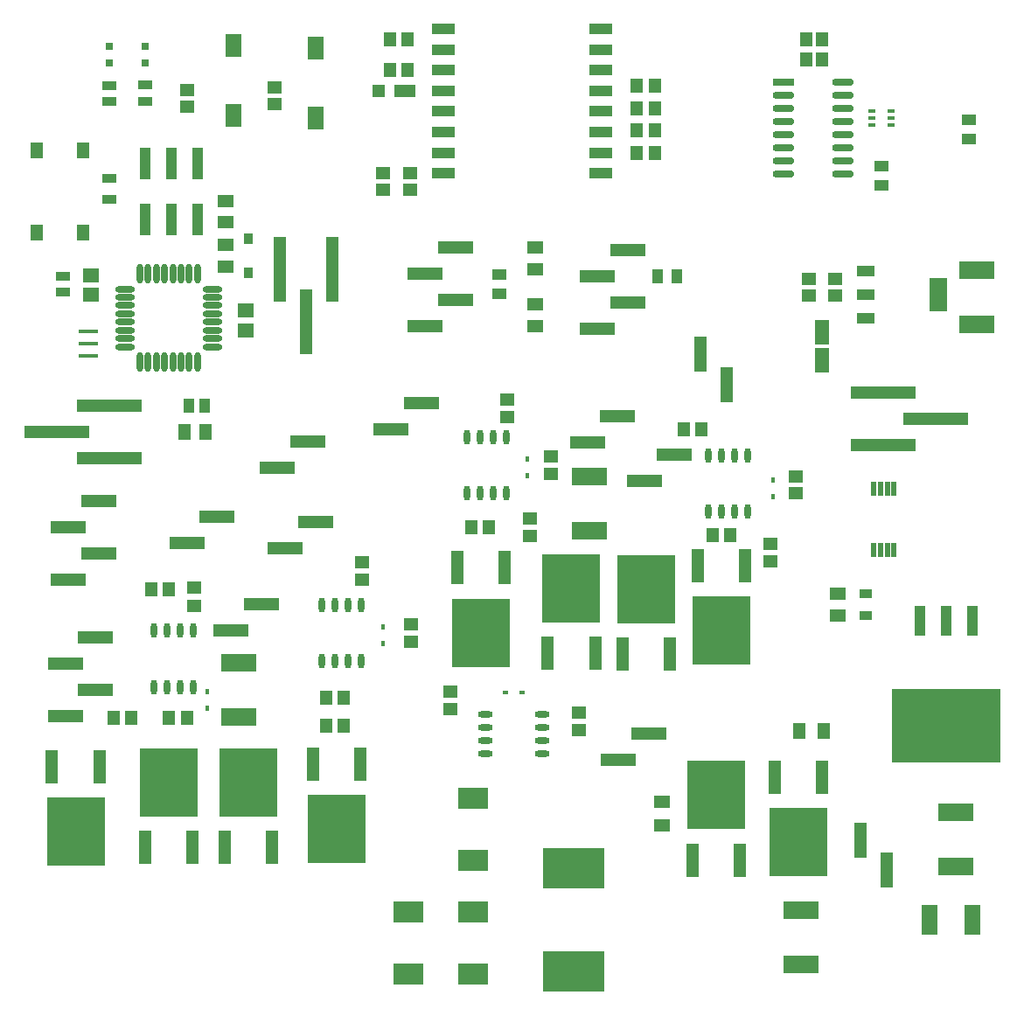
<source format=gtp>
G04*
G04 #@! TF.GenerationSoftware,Altium Limited,Altium Designer,21.6.4 (81)*
G04*
G04 Layer_Color=8421504*
%FSLAX25Y25*%
%MOIN*%
G70*
G04*
G04 #@! TF.SameCoordinates,85F88870-6580-45CF-999F-45165BC928DD*
G04*
G04*
G04 #@! TF.FilePolarity,Positive*
G04*
G01*
G75*
%ADD22R,0.05938X0.04750*%
%ADD23R,0.03740X0.04331*%
%ADD24O,0.07677X0.02362*%
%ADD25R,0.05000X0.13504*%
%ADD26R,0.06299X0.11417*%
%ADD27R,0.05709X0.05118*%
%ADD28R,0.03150X0.03150*%
%ADD29R,0.04724X0.12992*%
%ADD30R,0.22047X0.25984*%
%ADD31R,0.04528X0.05512*%
%ADD32R,0.04921X0.04803*%
%ADD33R,0.08071X0.04803*%
%ADD34R,0.08858X0.03937*%
%ADD35R,0.13780X0.07008*%
%ADD36R,0.01575X0.02165*%
%ADD37R,0.05315X0.09252*%
%ADD38R,0.13500X0.05000*%
%ADD39O,0.02362X0.05709*%
%ADD40R,0.05512X0.04528*%
%ADD41R,0.05709X0.04921*%
%ADD42R,0.13504X0.05000*%
%ADD43R,0.06324X0.04939*%
%ADD44R,0.04134X0.05709*%
%ADD45R,0.05709X0.04134*%
%ADD46R,0.05118X0.05709*%
%ADD47O,0.08268X0.02992*%
%ADD48R,0.08268X0.02992*%
%ADD49R,0.04134X0.11221*%
%ADD50R,0.41339X0.28347*%
%ADD51R,0.05906X0.05512*%
%ADD52R,0.05000X0.25000*%
%ADD53O,0.02362X0.07677*%
%ADD54R,0.05315X0.03740*%
%ADD55R,0.05118X0.06102*%
%ADD56R,0.25000X0.05000*%
%ADD57R,0.07087X0.03937*%
%ADD58R,0.05906X0.09055*%
%ADD59R,0.04724X0.05315*%
%ADD60R,0.03937X0.12205*%
%ADD61R,0.07480X0.01575*%
%ADD62O,0.05709X0.02362*%
G04:AMPARAMS|DCode=63|XSize=17.72mil|YSize=55.12mil|CornerRadius=1.95mil|HoleSize=0mil|Usage=FLASHONLY|Rotation=180.000|XOffset=0mil|YOffset=0mil|HoleType=Round|Shape=RoundedRectangle|*
%AMROUNDEDRECTD63*
21,1,0.01772,0.05122,0,0,180.0*
21,1,0.01382,0.05512,0,0,180.0*
1,1,0.00390,-0.00691,0.02561*
1,1,0.00390,0.00691,0.02561*
1,1,0.00390,0.00691,-0.02561*
1,1,0.00390,-0.00691,-0.02561*
%
%ADD63ROUNDEDRECTD63*%
%ADD64R,0.04939X0.06324*%
%ADD65R,0.04724X0.03543*%
%ADD66R,0.23228X0.15748*%
%ADD67R,0.02165X0.01575*%
%ADD68R,0.11811X0.07874*%
%ADD69R,0.04921X0.05709*%
%ADD70R,0.03150X0.01575*%
%ADD71R,0.05315X0.03740*%
%ADD72R,0.05709X0.03740*%
%ADD73R,0.03937X0.05315*%
%ADD74R,0.04921X0.06102*%
%ADD75R,0.07087X0.12992*%
D22*
X87598Y308071D02*
D03*
Y316345D02*
D03*
Y291138D02*
D03*
Y299413D02*
D03*
X320866Y166539D02*
D03*
Y158264D02*
D03*
X205709Y298429D02*
D03*
Y268501D02*
D03*
Y276775D02*
D03*
Y290154D02*
D03*
D23*
X96457Y288779D02*
D03*
Y301772D02*
D03*
D24*
X82677Y279528D02*
D03*
X49213Y282677D02*
D03*
Y279528D02*
D03*
Y276378D02*
D03*
Y273228D02*
D03*
Y270079D02*
D03*
Y266929D02*
D03*
Y263779D02*
D03*
Y260630D02*
D03*
X82677D02*
D03*
Y263779D02*
D03*
Y266929D02*
D03*
Y270079D02*
D03*
Y273228D02*
D03*
Y276378D02*
D03*
Y282677D02*
D03*
D25*
X339646Y61181D02*
D03*
X329646Y72677D02*
D03*
X278622Y246220D02*
D03*
X268622Y257716D02*
D03*
D26*
X372441Y42323D02*
D03*
X355906D02*
D03*
D27*
X319882Y280315D02*
D03*
Y286614D02*
D03*
X310039Y280315D02*
D03*
Y286614D02*
D03*
X147638Y320472D02*
D03*
X157874D02*
D03*
X106299Y353346D02*
D03*
X72835Y358465D02*
D03*
Y352165D02*
D03*
X106299Y359646D02*
D03*
X157874Y326772D02*
D03*
X147638D02*
D03*
D28*
X43307Y375295D02*
D03*
Y368799D02*
D03*
X57087Y375295D02*
D03*
Y368799D02*
D03*
D29*
X39528Y100591D02*
D03*
X21496D02*
D03*
X257047Y143504D02*
D03*
X239016D02*
D03*
X228504Y143701D02*
D03*
X210472D02*
D03*
X176024Y176378D02*
D03*
X194055D02*
D03*
X283622Y64961D02*
D03*
X265591D02*
D03*
X297087Y96653D02*
D03*
X315118D02*
D03*
X267559Y177362D02*
D03*
X120905Y101575D02*
D03*
X285591Y177362D02*
D03*
X138937Y101575D02*
D03*
X74961Y69882D02*
D03*
X56929D02*
D03*
X105472D02*
D03*
X87441D02*
D03*
D30*
X30512Y75787D02*
D03*
X248031Y168307D02*
D03*
X219488Y168504D02*
D03*
X185039Y151575D02*
D03*
X274606Y89764D02*
D03*
X306102Y71850D02*
D03*
X276575Y152559D02*
D03*
X129921Y76772D02*
D03*
X65945Y94685D02*
D03*
X96457D02*
D03*
D31*
X44882Y119095D02*
D03*
X51575D02*
D03*
X125984Y126969D02*
D03*
X132677D02*
D03*
Y116142D02*
D03*
X125984D02*
D03*
X181299Y191929D02*
D03*
X187992D02*
D03*
X279921Y188976D02*
D03*
X273228D02*
D03*
X72835Y119095D02*
D03*
X66142D02*
D03*
X262402Y229331D02*
D03*
X269094D02*
D03*
D32*
X145866Y358268D02*
D03*
D33*
X155905D02*
D03*
D34*
X170768Y326772D02*
D03*
X170768Y334646D02*
D03*
Y342520D02*
D03*
Y350394D02*
D03*
Y358268D02*
D03*
Y366142D02*
D03*
Y374016D02*
D03*
Y381890D02*
D03*
X230807D02*
D03*
Y374016D02*
D03*
Y366142D02*
D03*
Y358268D02*
D03*
Y350394D02*
D03*
Y342520D02*
D03*
Y334646D02*
D03*
Y326772D02*
D03*
D35*
X92520Y140217D02*
D03*
Y119626D02*
D03*
X226378Y211083D02*
D03*
Y190492D02*
D03*
X307087Y25138D02*
D03*
Y45728D02*
D03*
X366142Y62539D02*
D03*
Y83130D02*
D03*
X374016Y289823D02*
D03*
Y269232D02*
D03*
D36*
X80709Y129134D02*
D03*
Y122835D02*
D03*
X147638Y147441D02*
D03*
Y153740D02*
D03*
X296260Y203543D02*
D03*
Y209842D02*
D03*
X202756Y211417D02*
D03*
Y217717D02*
D03*
D37*
X314961Y266043D02*
D03*
Y255610D02*
D03*
D38*
X240986Y297480D02*
D03*
X229486Y287480D02*
D03*
X240986Y277480D02*
D03*
X229486Y267480D02*
D03*
X27715Y172008D02*
D03*
X26575Y119764D02*
D03*
X163697Y268543D02*
D03*
X175197Y278543D02*
D03*
X163697Y288543D02*
D03*
X175197Y298543D02*
D03*
X38075Y129764D02*
D03*
X26575Y139764D02*
D03*
X38075Y149764D02*
D03*
X39215Y182008D02*
D03*
X27715Y192008D02*
D03*
X39215Y202008D02*
D03*
D39*
X139390Y162303D02*
D03*
X134390D02*
D03*
X129390D02*
D03*
X124390D02*
D03*
X139390Y140847D02*
D03*
X134390D02*
D03*
X129390D02*
D03*
X124390D02*
D03*
X286575Y219291D02*
D03*
X281575D02*
D03*
X276575D02*
D03*
X271575D02*
D03*
X286575Y197835D02*
D03*
X281575D02*
D03*
X276575D02*
D03*
X271575D02*
D03*
X179508Y226279D02*
D03*
X60413Y152461D02*
D03*
X194508Y226279D02*
D03*
X189508D02*
D03*
X184508D02*
D03*
X194508Y204823D02*
D03*
X189508D02*
D03*
X184508D02*
D03*
X179508D02*
D03*
X75413Y152461D02*
D03*
X70413D02*
D03*
X65413D02*
D03*
X75413Y131004D02*
D03*
X70413D02*
D03*
X65413D02*
D03*
X60413D02*
D03*
D40*
X139764Y178543D02*
D03*
Y171850D02*
D03*
X295276Y185433D02*
D03*
Y178740D02*
D03*
X173228Y129331D02*
D03*
Y122638D02*
D03*
X194882Y240551D02*
D03*
Y233858D02*
D03*
X203740Y195276D02*
D03*
Y188583D02*
D03*
X75787Y168701D02*
D03*
Y162008D02*
D03*
D41*
X158465Y154823D02*
D03*
Y148327D02*
D03*
X305118Y211221D02*
D03*
Y204724D02*
D03*
X211614Y218799D02*
D03*
Y212303D02*
D03*
X222441Y114567D02*
D03*
Y121063D02*
D03*
D42*
X248858Y113268D02*
D03*
X237362Y103268D02*
D03*
X258701Y219567D02*
D03*
X247205Y209567D02*
D03*
X237047Y234331D02*
D03*
X225551Y224331D02*
D03*
X150748Y229252D02*
D03*
X162244Y239252D02*
D03*
X107441Y214488D02*
D03*
X118937Y224488D02*
D03*
X101221Y162480D02*
D03*
X84488Y195945D02*
D03*
X72992Y185945D02*
D03*
X110394Y183976D02*
D03*
X121890Y193976D02*
D03*
X89724Y152480D02*
D03*
D43*
X253937Y87307D02*
D03*
Y78048D02*
D03*
D44*
X259547Y287402D02*
D03*
X252264D02*
D03*
D45*
X191929Y280807D02*
D03*
Y288090D02*
D03*
X337598Y329429D02*
D03*
Y322146D02*
D03*
X371063Y339862D02*
D03*
Y347146D02*
D03*
D46*
X308858Y377953D02*
D03*
X315158D02*
D03*
X308858Y370079D02*
D03*
X315158D02*
D03*
D47*
X322835Y326535D02*
D03*
Y331535D02*
D03*
Y336535D02*
D03*
Y341535D02*
D03*
Y346535D02*
D03*
Y351535D02*
D03*
Y356535D02*
D03*
Y361535D02*
D03*
X300394Y326535D02*
D03*
Y331535D02*
D03*
Y336535D02*
D03*
Y341535D02*
D03*
Y346535D02*
D03*
Y351535D02*
D03*
Y356535D02*
D03*
D48*
Y361535D02*
D03*
D49*
X372205Y156299D02*
D03*
X362205D02*
D03*
X352205D02*
D03*
D50*
X362205Y116142D02*
D03*
D51*
X95472Y274409D02*
D03*
Y266929D02*
D03*
X36417Y287992D02*
D03*
Y280512D02*
D03*
D52*
X108268Y290354D02*
D03*
X128268D02*
D03*
X118268Y270354D02*
D03*
D53*
X54921Y254921D02*
D03*
X58071D02*
D03*
X61221D02*
D03*
X64370D02*
D03*
X67520D02*
D03*
X70669D02*
D03*
X73819D02*
D03*
X76968D02*
D03*
Y288386D02*
D03*
X73819D02*
D03*
X70669D02*
D03*
X67520D02*
D03*
X64370D02*
D03*
X61221D02*
D03*
X58071D02*
D03*
X54921D02*
D03*
D54*
X25591Y281496D02*
D03*
Y287402D02*
D03*
D55*
X15748Y304232D02*
D03*
Y335531D02*
D03*
X33465Y304232D02*
D03*
Y335531D02*
D03*
D56*
X43465Y218347D02*
D03*
X338425Y223268D02*
D03*
Y243268D02*
D03*
X358425Y233268D02*
D03*
X23465Y228346D02*
D03*
X43465Y238347D02*
D03*
D57*
X331693Y289567D02*
D03*
Y271457D02*
D03*
Y280512D02*
D03*
D58*
X122047Y348031D02*
D03*
X90551Y375394D02*
D03*
Y349016D02*
D03*
X122047Y374410D02*
D03*
D59*
X251181Y334646D02*
D03*
X150197Y366142D02*
D03*
X156890D02*
D03*
X150197Y377953D02*
D03*
X156890D02*
D03*
X251181Y351575D02*
D03*
X244488D02*
D03*
X251181Y360236D02*
D03*
X244488D02*
D03*
X251181Y343307D02*
D03*
X244488D02*
D03*
Y334646D02*
D03*
D60*
X66929Y330512D02*
D03*
X76929D02*
D03*
X56929Y309252D02*
D03*
Y330512D02*
D03*
X66929Y309252D02*
D03*
X76929D02*
D03*
D61*
X35433Y261811D02*
D03*
Y266535D02*
D03*
Y257087D02*
D03*
D62*
X208170Y105689D02*
D03*
Y110689D02*
D03*
Y115689D02*
D03*
Y120689D02*
D03*
X186714Y105689D02*
D03*
Y110689D02*
D03*
Y115689D02*
D03*
Y120689D02*
D03*
D63*
X342421Y206496D02*
D03*
X339862D02*
D03*
X337303D02*
D03*
X334744D02*
D03*
X342421Y183268D02*
D03*
X339862D02*
D03*
X337303D02*
D03*
X334744D02*
D03*
D64*
X306394Y114173D02*
D03*
X315653D02*
D03*
D65*
X331693Y158268D02*
D03*
Y166535D02*
D03*
D66*
X220472Y22638D02*
D03*
Y62008D02*
D03*
D67*
X200592Y128937D02*
D03*
X194292D02*
D03*
D68*
X182087Y21654D02*
D03*
Y45276D02*
D03*
X157480Y21654D02*
D03*
Y45276D02*
D03*
X182087Y88583D02*
D03*
Y64961D02*
D03*
D69*
X59449Y168307D02*
D03*
X65945D02*
D03*
D70*
X341496Y345276D02*
D03*
Y347835D02*
D03*
Y350394D02*
D03*
X333858Y345276D02*
D03*
Y347835D02*
D03*
Y350394D02*
D03*
D71*
X43307Y360236D02*
D03*
Y354134D02*
D03*
X57087Y360433D02*
D03*
Y354331D02*
D03*
D72*
X43307Y317028D02*
D03*
Y324705D02*
D03*
D73*
X73819Y238189D02*
D03*
X79724D02*
D03*
D74*
X71850Y228346D02*
D03*
X79921D02*
D03*
D75*
X359252Y280512D02*
D03*
M02*

</source>
